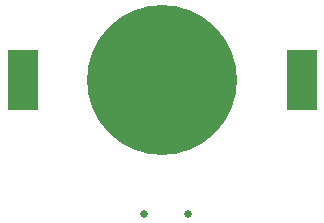
<source format=gbs>
G04 EAGLE Gerber X2 export*
G75*
%MOMM*%
%FSLAX34Y34*%
%LPD*%
%AMOC8*
5,1,8,0,0,1.08239X$1,22.5*%
G01*
%ADD10C,0.650000*%
%ADD11C,12.700000*%
%ADD12R,2.540000X5.080000*%


D10*
X148590Y13970D03*
X111760Y13970D03*
D11*
X127000Y127000D03*
D12*
X245110Y127000D03*
X8890Y127000D03*
M02*

</source>
